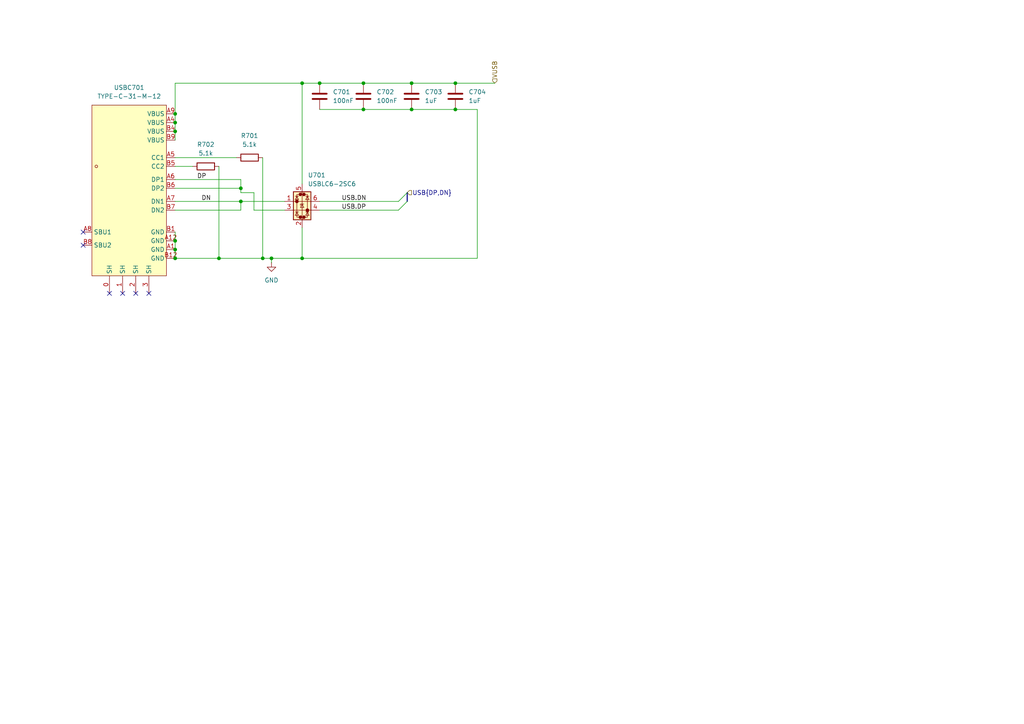
<source format=kicad_sch>
(kicad_sch (version 20231120) (generator "eeschema") (generator_version "8.0")
  (paper "A4")
  (lib_symbols
    (symbol "Device:C" (pin_numbers hide) (pin_names (offset 0.254))
      (property "Reference" "C" (at 0.635 2.54 0))
      (property "Value" "C" (at 0.635 -2.54 0))
      (symbol "C_0_1"
        (polyline (pts (xy -2.032 -0.762) (xy 2.032 -0.762)) (stroke (width 0.508)))
        (polyline (pts (xy -2.032 0.762) (xy 2.032 0.762)) (stroke (width 0.508)))
      )
      (symbol "C_1_1"
        (pin passive line (at 0 3.81 270) (length 2.794) (name "~") (number "1"))
        (pin passive line (at 0 -3.81 90) (length 2.794) (name "~") (number "2"))
      )
    )
    (symbol "Device:R" (pin_numbers hide) (pin_names (offset 0))
      (property "Reference" "R" (at 2.032 0 90))
      (property "Value" "R" (at 0 0 90))
      (symbol "R_0_1"
        (rectangle (start -1.016 -2.54) (end 1.016 2.54) (stroke (width 0.254)))
      )
      (symbol "R_1_1"
        (pin passive line (at 0 3.81 270) (length 1.27) (name "~") (number "1"))
        (pin passive line (at 0 -3.81 90) (length 1.27) (name "~") (number "2"))
      )
    )
    (symbol "Power_Protection:USBLC6-2SC6" (pin_names hide)
      (property "Reference" "U" (at 0.635 5.715 0))
      (property "Value" "USBLC6-2SC6" (at 0.635 3.81 0))
      (symbol "USBLC6-2SC6_0_0"
        (circle (center -1.524 0) (radius 0.0001) (stroke (width 0.508)))
        (circle (center -0.508 -4.572) (radius 0.0001) (stroke (width 0.508)))
        (circle (center -0.508 2.032) (radius 0.0001) (stroke (width 0.508)))
        (circle (center 0.508 -4.572) (radius 0.0001) (stroke (width 0.508)))
        (circle (center 0.508 2.032) (radius 0.0001) (stroke (width 0.508)))
        (circle (center 1.524 -2.54) (radius 0.0001) (stroke (width 0.508)))
      )
      (symbol "USBLC6-2SC6_0_1"
        (polyline (pts (xy -2.54 -2.54) (xy 2.54 -2.54)))
        (polyline (pts (xy -2.54 0) (xy 2.54 0)))
        (polyline (pts (xy -2.032 -3.048) (xy -1.016 -3.048)))
        (polyline (pts (xy -1.016 1.524) (xy -2.032 1.524)))
        (polyline (pts (xy 1.016 -3.048) (xy 2.032 -3.048)))
        (polyline (pts (xy 1.016 1.524) (xy 2.032 1.524)))
        (polyline (pts (xy -0.508 -1.143) (xy -0.508 -0.762) (xy 0.508 -0.762)))
        (polyline (pts (xy -2.032 0.508) (xy -1.016 0.508) (xy -1.524 1.524) (xy -2.032 0.508)))
        (polyline (pts (xy -1.016 -4.064) (xy -2.032 -4.064) (xy -1.524 -3.048) (xy -1.016 -4.064)))
        (polyline (pts (xy 0.508 -1.778) (xy -0.508 -1.778) (xy 0 -0.762) (xy 0.508 -1.778)))
        (polyline (pts (xy 2.032 -4.064) (xy 1.016 -4.064) (xy 1.524 -3.048) (xy 2.032 -4.064)))
        (polyline (pts (xy 2.032 0.508) (xy 1.016 0.508) (xy 1.524 1.524) (xy 2.032 0.508)))
        (polyline (pts (xy 0 2.54) (xy -0.508 2.032) (xy 0.508 2.032) (xy 0 1.524) (xy 0 -4.064) (xy -0.508 -4.572) (xy 0.508 -4.572) (xy 0 -5.08)))
      )
      (symbol "USBLC6-2SC6_1_1"
        (rectangle (start -2.54 2.794) (end 2.54 -5.334) (stroke (width 0.254)) (fill (type background)))
        (polyline (pts (xy -0.508 2.032) (xy -1.524 2.032) (xy -1.524 -4.572) (xy -0.508 -4.572)))
        (polyline (pts (xy 0.508 -4.572) (xy 1.524 -4.572) (xy 1.524 2.032) (xy 0.508 2.032)))
        (pin passive line (at -5.08 0 0) (length 2.54) (name "I/O1") (number "1"))
        (pin passive line (at 0 -7.62 90) (length 2.54) (name "GND") (number "2"))
        (pin passive line (at -5.08 -2.54 0) (length 2.54) (name "I/O2") (number "3"))
        (pin passive line (at 5.08 -2.54 180) (length 2.54) (name "I/O2") (number "4"))
        (pin passive line (at 0 5.08 270) (length 2.54) (name "VBUS") (number "5"))
        (pin passive line (at 5.08 0 180) (length 2.54) (name "I/O1") (number "6"))
      )
    )
    (symbol "easyeda2kicad:TYPE-C-31-M-12"
      (property "Reference" "USBC" (at -5.842 34.29 0))
      (property "Value" "TYPE-C-31-M-12" (at 0 -26.67 0))
      (symbol "TYPE-C-31-M-12_0_1"
        (rectangle (start -8.89 33.02) (end 12.7 -16.51) (fill (type background)))
        (circle (center -7.62 15.24) (radius 0.38))
        (pin unspecified line (at -3.81 -21.59 90) (length 5.08) (name "SH") (number "0"))
        (pin unspecified line (at 15.24 -8.89 180) (length 2.54) (name "GND") (number "A1"))
        (pin unspecified line (at 15.24 -6.35 180) (length 2.54) (name "GND") (number "A12"))
        (pin unspecified line (at 15.24 27.94 180) (length 2.54) (name "VBUS") (number "A4"))
        (pin unspecified line (at 15.24 17.78 180) (length 2.54) (name "CC1") (number "A5"))
        (pin unspecified line (at 15.24 11.43 180) (length 2.54) (name "DP1") (number "A6"))
        (pin unspecified line (at 15.24 5.08 180) (length 2.54) (name "DN1") (number "A7"))
        (pin unspecified line (at -11.43 -3.81 0) (length 2.54) (name "SBU1") (number "A8"))
        (pin unspecified line (at 15.24 30.48 180) (length 2.54) (name "VBUS") (number "A9"))
        (pin unspecified line (at 15.24 -3.81 180) (length 2.54) (name "GND") (number "B1"))
        (pin unspecified line (at 15.24 -11.43 180) (length 2.54) (name "GND") (number "B12"))
        (pin unspecified line (at 15.24 25.4 180) (length 2.54) (name "VBUS") (number "B4"))
        (pin unspecified line (at 15.24 15.24 180) (length 2.54) (name "CC2") (number "B5"))
        (pin unspecified line (at 15.24 8.89 180) (length 2.54) (name "DP2") (number "B6"))
        (pin unspecified line (at 15.24 2.54 180) (length 2.54) (name "DN2") (number "B7"))
        (pin unspecified line (at -11.43 -7.62 0) (length 2.54) (name "SBU2") (number "B8"))
        (pin unspecified line (at 15.24 22.86 180) (length 2.54) (name "VBUS") (number "B9"))
      )
      (symbol "TYPE-C-31-M-12_1_1"
        (pin unspecified line (at 0 -21.59 90) (length 5.08) (name "SH") (number "1"))
        (pin unspecified line (at 3.81 -21.59 90) (length 5.08) (name "SH") (number "2"))
        (pin unspecified line (at 7.62 -21.59 90) (length 5.08) (name "SH") (number "3"))
      )
    )
    (symbol "power:GND" (power) (pin_numbers hide) (pin_names (offset 0) hide)
      (property "Value" "GND" (at 0 -3.81 0))
      (symbol "GND_0_1"
        (polyline (pts (xy 0 0) (xy 0 -1.27) (xy 1.27 -1.27) (xy 0 -2.54) (xy -1.27 -1.27) (xy 0 -1.27)))
      )
      (symbol "GND_1_1"
        (pin power_in line (at 0 0 270) (length 0) (name "~") (number "1"))
      )
    )
  )
  (junction (at 76.2 74.93))
  (junction (at 50.8 74.93))
  (junction (at 63.5 74.93))
  (junction (at 132.08 31.75))
  (junction (at 69.85 54.61))
  (junction (at 92.71 24.13))
  (junction (at 119.38 31.75))
  (junction (at 87.63 24.13))
  (junction (at 50.8 72.39))
  (junction (at 50.8 33.02))
  (junction (at 50.8 69.85))
  (junction (at 105.41 24.13))
  (junction (at 78.74 74.93))
  (junction (at 87.63 74.93))
  (junction (at 50.8 35.56))
  (junction (at 132.08 24.13))
  (junction (at 119.38 24.13))
  (junction (at 50.8 38.1))
  (junction (at 105.41 31.75))
  (junction (at 69.85 58.42))
  (no_connect (at 24.13 67.31))
  (no_connect (at 31.75 85.09))
  (no_connect (at 35.56 85.09))
  (no_connect (at 39.37 85.09))
  (no_connect (at 43.18 85.09))
  (no_connect (at 24.13 71.12))
  (bus_entry (at 118.11 55.88) (size -2.54 2.54))
  (bus_entry (at 118.11 58.42) (size -2.54 2.54))
  (wire (pts (xy 69.85 60.96) (xy 69.85 58.42)))
  (wire (pts (xy 87.63 74.93) (xy 78.74 74.93)))
  (wire (pts (xy 87.63 24.13) (xy 87.63 53.34)))
  (wire (pts (xy 50.8 45.72) (xy 68.58 45.72)))
  (wire (pts (xy 50.8 72.39) (xy 50.8 74.93)))
  (wire (pts (xy 92.71 60.96) (xy 115.57 60.96)))
  (wire (pts (xy 50.8 58.42) (xy 69.85 58.42)))
  (wire (pts (xy 76.2 74.93) (xy 78.74 74.93)))
  (wire (pts (xy 69.85 52.07) (xy 69.85 54.61)))
  (wire (pts (xy 50.8 69.85) (xy 50.8 72.39)))
  (wire (pts (xy 50.8 38.1) (xy 50.8 40.64)))
  (wire (pts (xy 63.5 74.93) (xy 76.2 74.93)))
  (wire (pts (xy 76.2 45.72) (xy 76.2 74.93)))
  (bus (pts (xy 118.11 55.88) (xy 118.11 58.42)))
  (wire (pts (xy 87.63 66.04) (xy 87.63 74.93)))
  (wire (pts (xy 69.85 54.61) (xy 50.8 54.61)))
  (wire (pts (xy 132.08 31.75) (xy 138.43 31.75)))
  (wire (pts (xy 92.71 58.42) (xy 115.57 58.42)))
  (wire (pts (xy 138.43 31.75) (xy 138.43 74.93)))
  (wire (pts (xy 105.41 24.13) (xy 119.38 24.13)))
  (wire (pts (xy 50.8 52.07) (xy 69.85 52.07)))
  (wire (pts (xy 50.8 67.31) (xy 50.8 69.85)))
  (wire (pts (xy 50.8 74.93) (xy 63.5 74.93)))
  (wire (pts (xy 105.41 31.75) (xy 119.38 31.75)))
  (wire (pts (xy 50.8 24.13) (xy 87.63 24.13)))
  (wire (pts (xy 138.43 74.93) (xy 87.63 74.93)))
  (wire (pts (xy 92.71 31.75) (xy 105.41 31.75)))
  (wire (pts (xy 69.85 54.61) (xy 69.85 55.88)))
  (wire (pts (xy 63.5 48.26) (xy 63.5 74.93)))
  (wire (pts (xy 73.66 60.96) (xy 82.55 60.96)))
  (wire (pts (xy 92.71 24.13) (xy 105.41 24.13)))
  (wire (pts (xy 78.74 74.93) (xy 78.74 76.2)))
  (wire (pts (xy 87.63 24.13) (xy 92.71 24.13)))
  (wire (pts (xy 69.85 58.42) (xy 82.55 58.42)))
  (wire (pts (xy 50.8 33.02) (xy 50.8 35.56)))
  (wire (pts (xy 119.38 31.75) (xy 132.08 31.75)))
  (wire (pts (xy 69.85 60.96) (xy 50.8 60.96)))
  (wire (pts (xy 73.66 55.88) (xy 69.85 55.88)))
  (wire (pts (xy 50.8 35.56) (xy 50.8 38.1)))
  (wire (pts (xy 119.38 24.13) (xy 132.08 24.13)))
  (wire (pts (xy 50.8 24.13) (xy 50.8 33.02)))
  (wire (pts (xy 132.08 24.13) (xy 143.51 24.13)))
  (wire (pts (xy 73.66 60.96) (xy 73.66 55.88)))
  (wire (pts (xy 50.8 48.26) (xy 55.88 48.26)))
  (label "DN" (at 58.42 58.42 0))
  (label "USB.DP" (at 99.06 60.96 0))
  (label "DP" (at 57.15 52.07 0))
  (label "USB.DN" (at 99.06 58.42 0))
  (hierarchical_label "USB{DP,DN}" (shape input) (at 118.11 55.88 0))
  (hierarchical_label "VUSB" (shape input) (at 143.51 24.13 90))
  (symbol (lib_id "Power_Protection:USBLC6-2SC6") (at 87.63 58.42 0) (unit 1)
    (property "Reference" "U701" (at 89.2811 50.8 0) (effects (justify left)))
    (property "Value" "USBLC6-2SC6" (at 89.2811 53.34 0) (effects (justify left)))
    (property "Footprint" "Package_TO_SOT_SMD:SOT-23-6" (effects (hide yes)))
    (property "Datasheet" "https://www.st.com/resource/en/datasheet/usblc6-2.pdf" (effects (hide yes)))
    (property "Description" "Very low capacitance ESD protection diode, 2 data-line, SOT-23-6" (effects (hide yes)))
  )
  (symbol (lib_id "Device:C") (at 132.08 27.94 0) (unit 1)
    (property "Reference" "C704" (at 135.89 26.6699 0) (effects (justify left)))
    (property "Value" "1uF" (at 135.89 29.2099 0) (effects (justify left)))
    (property "Footprint" "Capacitor_SMD:C_0603_1608Metric" (effects (hide yes)))
    (property "Description" "Unpolarized capacitor" (effects (hide yes)))
  )
  (symbol (lib_id "power:GND") (at 78.74 76.2 0) (unit 1)
    (property "Reference" "#PWR0703" (effects (hide yes)))
    (property "Value" "GND" (at 78.74 81.28 0))
    (property "Description" "Power symbol creates a global label with name \"GND\" , ground" (effects (hide yes)))
  )
  (symbol (lib_id "Device:C") (at 92.71 27.94 0) (unit 1)
    (property "Reference" "C701" (at 96.52 26.6699 0) (effects (justify left)))
    (property "Value" "100nF" (at 96.52 29.2099 0) (effects (justify left)))
    (property "Footprint" "Capacitor_SMD:C_0603_1608Metric" (effects (hide yes)))
    (property "Description" "Unpolarized capacitor" (effects (hide yes)))
  )
  (symbol (lib_id "easyeda2kicad:TYPE-C-31-M-12") (at 35.56 63.5 0) (unit 1)
    (property "Reference" "USBC701" (at 37.465 25.4 0))
    (property "Value" "TYPE-C-31-M-12" (at 37.465 27.94 0))
    (property "Footprint" "easyeda2kicad:USB-C_SMD-TYPE-C-31-M-12" (effects (hide yes)))
    (property "Datasheet" "https://lcsc.com/product-detail/USB-Type-C_Korean-Hroparts-Elec-TYPE-C-31-M-12_C165948.html" (effects (hide yes)))
    (property "LCSC Part" "C165948" (effects (hide yes)))
  )
  (symbol (lib_id "Device:R") (at 59.69 48.26 90) (unit 1)
    (property "Reference" "R702" (at 59.69 41.91 90))
    (property "Value" "5.1k" (at 59.69 44.45 90))
    (property "Footprint" "Resistor_SMD:R_0603_1608Metric" (effects (hide yes)))
    (property "Description" "Resistor" (effects (hide yes)))
  )
  (symbol (lib_id "Device:C") (at 119.38 27.94 0) (unit 1)
    (property "Reference" "C703" (at 123.19 26.6699 0) (effects (justify left)))
    (property "Value" "1uF" (at 123.19 29.2099 0) (effects (justify left)))
    (property "Footprint" "Capacitor_SMD:C_0603_1608Metric" (effects (hide yes)))
    (property "Description" "Unpolarized capacitor" (effects (hide yes)))
  )
  (symbol (lib_id "Device:R") (at 72.39 45.72 90) (unit 1)
    (property "Reference" "R701" (at 72.39 39.37 90))
    (property "Value" "5.1k" (at 72.39 41.91 90))
    (property "Footprint" "Resistor_SMD:R_0603_1608Metric" (effects (hide yes)))
    (property "Description" "Resistor" (effects (hide yes)))
  )
  (symbol (lib_id "Device:C") (at 105.41 27.94 0) (unit 1)
    (property "Reference" "C702" (at 109.22 26.6699 0) (effects (justify left)))
    (property "Value" "100nF" (at 109.22 29.2099 0) (effects (justify left)))
    (property "Footprint" "Capacitor_SMD:C_0603_1608Metric" (effects (hide yes)))
    (property "Description" "Unpolarized capacitor" (effects (hide yes)))
  )
)
</source>
